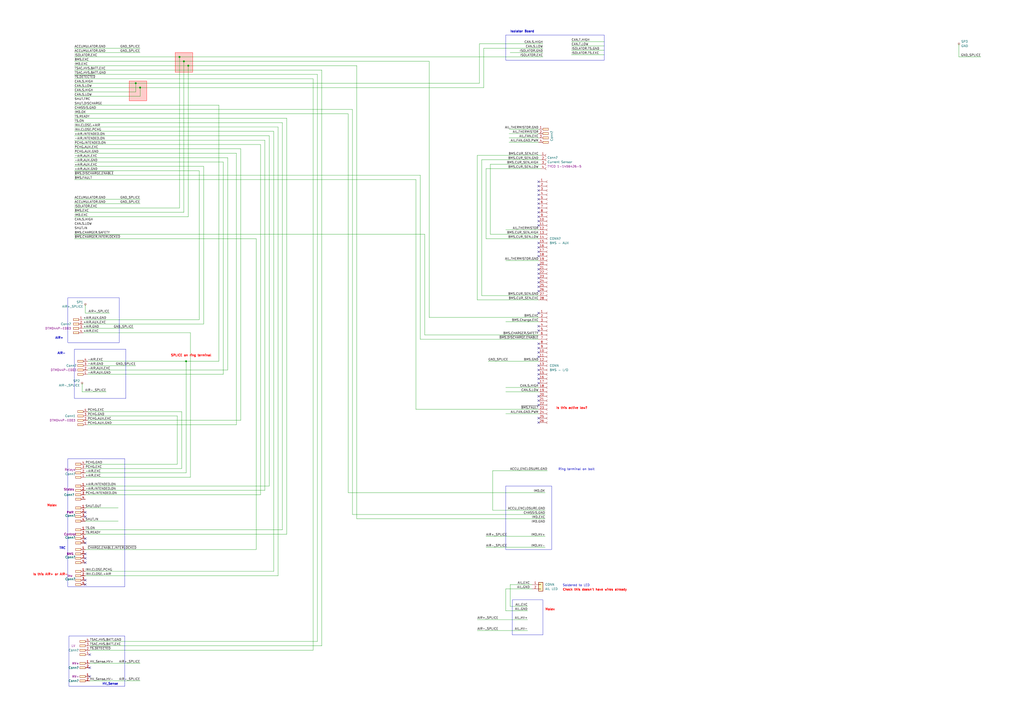
<source format=kicad_sch>
(kicad_sch (version 20230121) (generator eeschema)
  (paper "A2")
  (lib_symbols
    (symbol "Connector:Conn_01x26_Socket" (pin_names (offset 1.016) hide)
      (property "Reference" "J" (at 0 33.02 0))
      (property "Value" "Conn_01x26_Socket" (at 0 -35.56 0))
      (symbol "Conn_01x26_Socket_1_1"
        (arc (start 0 -32.512) (mid -0.5058 -33.02) (end 0 -33.528) (stroke (width 0.1524)))
        (arc (start 0 -29.972) (mid -0.5058 -30.48) (end 0 -30.988) (stroke (width 0.1524)))
        (arc (start 0 -27.432) (mid -0.5058 -27.94) (end 0 -28.448) (stroke (width 0.1524)))
        (arc (start 0 -24.892) (mid -0.5058 -25.4) (end 0 -25.908) (stroke (width 0.1524)))
        (arc (start 0 -22.352) (mid -0.5058 -22.86) (end 0 -23.368) (stroke (width 0.1524)))
        (arc (start 0 -19.812) (mid -0.5058 -20.32) (end 0 -20.828) (stroke (width 0.1524)))
        (arc (start 0 -17.272) (mid -0.5058 -17.78) (end 0 -18.288) (stroke (width 0.1524)))
        (arc (start 0 -14.732) (mid -0.5058 -15.24) (end 0 -15.748) (stroke (width 0.1524)))
        (arc (start 0 -12.192) (mid -0.5058 -12.7) (end 0 -13.208) (stroke (width 0.1524)))
        (arc (start 0 -9.652) (mid -0.5058 -10.16) (end 0 -10.668) (stroke (width 0.1524)))
        (arc (start 0 -7.112) (mid -0.5058 -7.62) (end 0 -8.128) (stroke (width 0.1524)))
        (arc (start 0 -4.572) (mid -0.5058 -5.08) (end 0 -5.588) (stroke (width 0.1524)))
        (arc (start 0 -2.032) (mid -0.5058 -2.54) (end 0 -3.048) (stroke (width 0.1524)))
        (polyline (pts (xy -1.27 -33.02) (xy -0.508 -33.02)) (stroke (width 0.1524)))
        (polyline (pts (xy -1.27 -30.48) (xy -0.508 -30.48)) (stroke (width 0.1524)))
        (polyline (pts (xy -1.27 -27.94) (xy -0.508 -27.94)) (stroke (width 0.1524)))
        (polyline (pts (xy -1.27 -25.4) (xy -0.508 -25.4)) (stroke (width 0.1524)))
        (polyline (pts (xy -1.27 -22.86) (xy -0.508 -22.86)) (stroke (width 0.1524)))
        (polyline (pts (xy -1.27 -20.32) (xy -0.508 -20.32)) (stroke (width 0.1524)))
        (polyline (pts (xy -1.27 -17.78) (xy -0.508 -17.78)) (stroke (width 0.1524)))
        (polyline (pts (xy -1.27 -15.24) (xy -0.508 -15.24)) (stroke (width 0.1524)))
        (polyline (pts (xy -1.27 -12.7) (xy -0.508 -12.7)) (stroke (width 0.1524)))
        (polyline (pts (xy -1.27 -10.16) (xy -0.508 -10.16)) (stroke (width 0.1524)))
        (polyline (pts (xy -1.27 -7.62) (xy -0.508 -7.62)) (stroke (width 0.1524)))
        (polyline (pts (xy -1.27 -5.08) (xy -0.508 -5.08)) (stroke (width 0.1524)))
        (polyline (pts (xy -1.27 -2.54) (xy -0.508 -2.54)) (stroke (width 0.1524)))
        (polyline (pts (xy -1.27 0) (xy -0.508 0)) (stroke (width 0.1524)))
        (polyline (pts (xy -1.27 2.54) (xy -0.508 2.54)) (stroke (width 0.1524)))
        (polyline (pts (xy -1.27 5.08) (xy -0.508 5.08)) (stroke (width 0.1524)))
        (polyline (pts (xy -1.27 7.62) (xy -0.508 7.62)) (stroke (width 0.1524)))
        (polyline (pts (xy -1.27 10.16) (xy -0.508 10.16)) (stroke (width 0.1524)))
        (polyline (pts (xy -1.27 12.7) (xy -0.508 12.7)) (stroke (width 0.1524)))
        (polyline (pts (xy -1.27 15.24) (xy -0.508 15.24)) (stroke (width 0.1524)))
        (polyline (pts (xy -1.27 17.78) (xy -0.508 17.78)) (stroke (width 0.1524)))
        (polyline (pts (xy -1.27 20.32) (xy -0.508 20.32)) (stroke (width 0.1524)))
        (polyline (pts (xy -1.27 22.86) (xy -0.508 22.86)) (stroke (width 0.1524)))
        (polyline (pts (xy -1.27 25.4) (xy -0.508 25.4)) (stroke (width 0.1524)))
        (polyline (pts (xy -1.27 27.94) (xy -0.508 27.94)) (stroke (width 0.1524)))
        (polyline (pts (xy -1.27 30.48) (xy -0.508 30.48)) (stroke (width 0.1524)))
        (arc (start 0 0.508) (mid -0.5058 0) (end 0 -0.508) (stroke (width 0.1524)))
        (arc (start 0 3.048) (mid -0.5058 2.54) (end 0 2.032) (stroke (width 0.1524)))
        (arc (start 0 5.588) (mid -0.5058 5.08) (end 0 4.572) (stroke (width 0.1524)))
        (arc (start 0 8.128) (mid -0.5058 7.62) (end 0 7.112) (stroke (width 0.1524)))
        (arc (start 0 10.668) (mid -0.5058 10.16) (end 0 9.652) (stroke (width 0.1524)))
        (arc (start 0 13.208) (mid -0.5058 12.7) (end 0 12.192) (stroke (width 0.1524)))
        (arc (start 0 15.748) (mid -0.5058 15.24) (end 0 14.732) (stroke (width 0.1524)))
        (arc (start 0 18.288) (mid -0.5058 17.78) (end 0 17.272) (stroke (width 0.1524)))
        (arc (start 0 20.828) (mid -0.5058 20.32) (end 0 19.812) (stroke (width 0.1524)))
        (arc (start 0 23.368) (mid -0.5058 22.86) (end 0 22.352) (stroke (width 0.1524)))
        (arc (start 0 25.908) (mid -0.5058 25.4) (end 0 24.892) (stroke (width 0.1524)))
        (arc (start 0 28.448) (mid -0.5058 27.94) (end 0 27.432) (stroke (width 0.1524)))
        (arc (start 0 30.988) (mid -0.5058 30.48) (end 0 29.972) (stroke (width 0.1524)))
        (pin passive line (at -5.08 30.48 0) (length 3.81) (name "Pin_1") (number "1"))
        (pin passive line (at -5.08 7.62 0) (length 3.81) (name "Pin_10") (number "10"))
        (pin passive line (at -5.08 5.08 0) (length 3.81) (name "Pin_11") (number "11"))
        (pin passive line (at -5.08 2.54 0) (length 3.81) (name "Pin_12") (number "12"))
        (pin passive line (at -5.08 0 0) (length 3.81) (name "Pin_13") (number "13"))
        (pin passive line (at -5.08 -2.54 0) (length 3.81) (name "Pin_14") (number "14"))
        (pin passive line (at -5.08 -5.08 0) (length 3.81) (name "Pin_15") (number "15"))
        (pin passive line (at -5.08 -7.62 0) (length 3.81) (name "Pin_16") (number "16"))
        (pin passive line (at -5.08 -10.16 0) (length 3.81) (name "Pin_17") (number "17"))
        (pin passive line (at -5.08 -12.7 0) (length 3.81) (name "Pin_18") (number "18"))
        (pin passive line (at -5.08 -15.24 0) (length 3.81) (name "Pin_19") (number "19"))
        (pin passive line (at -5.08 27.94 0) (length 3.81) (name "Pin_2") (number "2"))
        (pin passive line (at -5.08 -17.78 0) (length 3.81) (name "Pin_20") (number "20"))
        (pin passive line (at -5.08 -20.32 0) (length 3.81) (name "Pin_21") (number "21"))
        (pin passive line (at -5.08 -22.86 0) (length 3.81) (name "Pin_22") (number "22"))
        (pin passive line (at -5.08 -25.4 0) (length 3.81) (name "Pin_23") (number "23"))
        (pin passive line (at -5.08 -27.94 0) (length 3.81) (name "Pin_24") (number "24"))
        (pin passive line (at -5.08 -30.48 0) (length 3.81) (name "Pin_25") (number "25"))
        (pin passive line (at -5.08 -33.02 0) (length 3.81) (name "Pin_26") (number "26"))
        (pin passive line (at -5.08 25.4 0) (length 3.81) (name "Pin_3") (number "3"))
        (pin passive line (at -5.08 22.86 0) (length 3.81) (name "Pin_4") (number "4"))
        (pin passive line (at -5.08 20.32 0) (length 3.81) (name "Pin_5") (number "5"))
        (pin passive line (at -5.08 17.78 0) (length 3.81) (name "Pin_6") (number "6"))
        (pin passive line (at -5.08 15.24 0) (length 3.81) (name "Pin_7") (number "7"))
        (pin passive line (at -5.08 12.7 0) (length 3.81) (name "Pin_8") (number "8"))
        (pin passive line (at -5.08 10.16 0) (length 3.81) (name "Pin_9") (number "9"))
      )
    )
    (symbol "Connector:Conn_01x28_Socket" (pin_names (offset 1.016) hide)
      (property "Reference" "J" (at 0 35.56 0))
      (property "Value" "Conn_01x28_Socket" (at 0 -38.1 0))
      (symbol "Conn_01x28_Socket_1_1"
        (arc (start 0 -35.052) (mid -0.5058 -35.56) (end 0 -36.068) (stroke (width 0.1524)))
        (arc (start 0 -32.512) (mid -0.5058 -33.02) (end 0 -33.528) (stroke (width 0.1524)))
        (arc (start 0 -29.972) (mid -0.5058 -30.48) (end 0 -30.988) (stroke (width 0.1524)))
        (arc (start 0 -27.432) (mid -0.5058 -27.94) (end 0 -28.448) (stroke (width 0.1524)))
        (arc (start 0 -24.892) (mid -0.5058 -25.4) (end 0 -25.908) (stroke (width 0.1524)))
        (arc (start 0 -22.352) (mid -0.5058 -22.86) (end 0 -23.368) (stroke (width 0.1524)))
        (arc (start 0 -19.812) (mid -0.5058 -20.32) (end 0 -20.828) (stroke (width 0.1524)))
        (arc (start 0 -17.272) (mid -0.5058 -17.78) (end 0 -18.288) (stroke (width 0.1524)))
        (arc (start 0 -14.732) (mid -0.5058 -15.24) (end 0 -15.748) (stroke (width 0.1524)))
        (arc (start 0 -12.192) (mid -0.5058 -12.7) (end 0 -13.208) (stroke (width 0.1524)))
        (arc (start 0 -9.652) (mid -0.5058 -10.16) (end 0 -10.668) (stroke (width 0.1524)))
        (arc (start 0 -7.112) (mid -0.5058 -7.62) (end 0 -8.128) (stroke (width 0.1524)))
        (arc (start 0 -4.572) (mid -0.5058 -5.08) (end 0 -5.588) (stroke (width 0.1524)))
        (arc (start 0 -2.032) (mid -0.5058 -2.54) (end 0 -3.048) (stroke (width 0.1524)))
        (polyline (pts (xy -1.27 -35.56) (xy -0.508 -35.56)) (stroke (width 0.1524)))
        (polyline (pts (xy -1.27 -33.02) (xy -0.508 -33.02)) (stroke (width 0.1524)))
        (polyline (pts (xy -1.27 -30.48) (xy -0.508 -30.48)) (stroke (width 0.1524)))
        (polyline (pts (xy -1.27 -27.94) (xy -0.508 -27.94)) (stroke (width 0.1524)))
        (polyline (pts (xy -1.27 -25.4) (xy -0.508 -25.4)) (stroke (width 0.1524)))
        (polyline (pts (xy -1.27 -22.86) (xy -0.508 -22.86)) (stroke (width 0.1524)))
        (polyline (pts (xy -1.27 -20.32) (xy -0.508 -20.32)) (stroke (width 0.1524)))
        (polyline (pts (xy -1.27 -17.78) (xy -0.508 -17.78)) (stroke (width 0.1524)))
        (polyline (pts (xy -1.27 -15.24) (xy -0.508 -15.24)) (stroke (width 0.1524)))
        (polyline (pts (xy -1.27 -12.7) (xy -0.508 -12.7)) (stroke (width 0.1524)))
        (polyline (pts (xy -1.27 -10.16) (xy -0.508 -10.16)) (stroke (width 0.1524)))
        (polyline (pts (xy -1.27 -7.62) (xy -0.508 -7.62)) (stroke (width 0.1524)))
        (polyline (pts (xy -1.27 -5.08) (xy -0.508 -5.08)) (stroke (width 0.1524)))
        (polyline (pts (xy -1.27 -2.54) (xy -0.508 -2.54)) (stroke (width 0.1524)))
        (polyline (pts (xy -1.27 0) (xy -0.508 0)) (stroke (width 0.1524)))
        (polyline (pts (xy -1.27 2.54) (xy -0.508 2.54)) (stroke (width 0.1524)))
        (polyline (pts (xy -1.27 5.08) (xy -0.508 5.08)) (stroke (width 0.1524)))
        (polyline (pts (xy -1.27 7.62) (xy -0.508 7.62)) (stroke (width 0.1524)))
        (polyline (pts (xy -1.27 10.16) (xy -0.508 10.16)) (stroke (width 0.1524)))
        (polyline (pts (xy -1.27 12.7) (xy -0.508 12.7)) (stroke (width 0.1524)))
        (polyline (pts (xy -1.27 15.24) (xy -0.508 15.24)) (stroke (width 0.1524)))
        (polyline (pts (xy -1.27 17.78) (xy -0.508 17.78)) (stroke (width 0.1524)))
        (polyline (pts (xy -1.27 20.32) (xy -0.508 20.32)) (stroke (width 0.1524)))
        (polyline (pts (xy -1.27 22.86) (xy -0.508 22.86)) (stroke (width 0.1524)))
        (polyline (pts (xy -1.27 25.4) (xy -0.508 25.4)) (stroke (width 0.1524)))
        (polyline (pts (xy -1.27 27.94) (xy -0.508 27.94)) (stroke (width 0.1524)))
        (polyline (pts (xy -1.27 30.48) (xy -0.508 30.48)) (stroke (width 0.1524)))
        (polyline (pts (xy -1.27 33.02) (xy -0.508 33.02)) (stroke (width 0.1524)))
        (arc (start 0 0.508) (mid -0.5058 0) (end 0 -0.508) (stroke (width 0.1524)))
        (arc (start 0 3.048) (mid -0.5058 2.54) (end 0 2.032) (stroke (width 0.1524)))
        (arc (start 0 5.588) (mid -0.5058 5.08) (end 0 4.572) (stroke (width 0.1524)))
        (arc (start 0 8.128) (mid -0.5058 7.62) (end 0 7.112) (stroke (width 0.1524)))
        (arc (start 0 10.668) (mid -0.5058 10.16) (end 0 9.652) (stroke (width 0.1524)))
        (arc (start 0 13.208) (mid -0.5058 12.7) (end 0 12.192) (stroke (width 0.1524)))
        (arc (start 0 15.748) (mid -0.5058 15.24) (end 0 14.732) (stroke (width 0.1524)))
        (arc (start 0 18.288) (mid -0.5058 17.78) (end 0 17.272) (stroke (width 0.1524)))
        (arc (start 0 20.828) (mid -0.5058 20.32) (end 0 19.812) (stroke (width 0.1524)))
        (arc (start 0 23.368) (mid -0.5058 22.86) (end 0 22.352) (stroke (width 0.1524)))
        (arc (start 0 25.908) (mid -0.5058 25.4) (end 0 24.892) (stroke (width 0.1524)))
        (arc (start 0 28.448) (mid -0.5058 27.94) (end 0 27.432) (stroke (width 0.1524)))
        (arc (start 0 30.988) (mid -0.5058 30.48) (end 0 29.972) (stroke (width 0.1524)))
        (arc (start 0 33.528) (mid -0.5058 33.02) (end 0 32.512) (stroke (width 0.1524)))
        (pin passive line (at -5.08 33.02 0) (length 3.81) (name "Pin_1") (number "1"))
        (pin passive line (at -5.08 10.16 0) (length 3.81) (name "Pin_10") (number "10"))
        (pin passive line (at -5.08 7.62 0) (length 3.81) (name "Pin_11") (number "11"))
        (pin passive line (at -5.08 5.08 0) (length 3.81) (name "Pin_12") (number "12"))
        (pin passive line (at -5.08 2.54 0) (length 3.81) (name "Pin_13") (number "13"))
        (pin passive line (at -5.08 0 0) (length 3.81) (name "Pin_14") (number "14"))
        (pin passive line (at -5.08 -2.54 0) (length 3.81) (name "Pin_15") (number "15"))
        (pin passive line (at -5.08 -5.08 0) (length 3.81) (name "Pin_16") (number "16"))
        (pin passive line (at -5.08 -7.62 0) (length 3.81) (name "Pin_17") (number "17"))
        (pin passive line (at -5.08 -10.16 0) (length 3.81) (name "Pin_18") (number "18"))
        (pin passive line (at -5.08 -12.7 0) (length 3.81) (name "Pin_19") (number "19"))
        (pin passive line (at -5.08 30.48 0) (length 3.81) (name "Pin_2") (number "2"))
        (pin passive line (at -5.08 -15.24 0) (length 3.81) (name "Pin_20") (number "20"))
        (pin passive line (at -5.08 -17.78 0) (length 3.81) (name "Pin_21") (number "21"))
        (pin passive line (at -5.08 -20.32 0) (length 3.81) (name "Pin_22") (number "22"))
        (pin passive line (at -5.08 -22.86 0) (length 3.81) (name "Pin_23") (number "23"))
        (pin passive line (at -5.08 -25.4 0) (length 3.81) (name "Pin_24") (number "24"))
        (pin passive line (at -5.08 -27.94 0) (length 3.81) (name "Pin_25") (number "25"))
        (pin passive line (at -5.08 -30.48 0) (length 3.81) (name "Pin_26") (number "26"))
        (pin passive line (at -5.08 -33.02 0) (length 3.81) (name "Pin_27") (number "27"))
        (pin passive line (at -5.08 -35.56 0) (length 3.81) (name "Pin_28") (number "28"))
        (pin passive line (at -5.08 27.94 0) (length 3.81) (name "Pin_3") (number "3"))
        (pin passive line (at -5.08 25.4 0) (length 3.81) (name "Pin_4") (number "4"))
        (pin passive line (at -5.08 22.86 0) (length 3.81) (name "Pin_5") (number "5"))
        (pin passive line (at -5.08 20.32 0) (length 3.81) (name "Pin_6") (number "6"))
        (pin passive line (at -5.08 17.78 0) (length 3.81) (name "Pin_7") (number "7"))
        (pin passive line (at -5.08 15.24 0) (length 3.81) (name "Pin_8") (number "8"))
        (pin passive line (at -5.08 12.7 0) (length 3.81) (name "Pin_9") (number "9"))
      )
    )
    (symbol "Connector:TestPoint_Small" (pin_numbers hide) (pin_names (offset 0.762) hide)
      (property "Reference" "TP" (at 0 3.81 0))
      (property "Value" "TestPoint_Small" (at 0 2.032 0))
      (symbol "TestPoint_Small_0_1"
        (circle (center 0 0) (radius 0.508))
      )
      (symbol "TestPoint_Small_1_1"
        (pin passive line (at 0 0 90) (length 0) (name "1") (number "1"))
      )
    )
    (symbol "Connector_Generic:Conn_01x02" (pin_names (offset 1.016) hide)
      (property "Reference" "J" (at 0 2.54 0))
      (property "Value" "Conn_01x02" (at 0 -5.08 0))
      (symbol "Conn_01x02_1_1"
        (rectangle (start -1.27 -2.413) (end 0 -2.667) (stroke (width 0.1524)))
        (rectangle (start -1.27 0.127) (end 0 -0.127) (stroke (width 0.1524)))
        (rectangle (start -1.27 1.27) (end 1.27 -3.81) (stroke (width 0.254)) (fill (type background)))
        (pin passive line (at -5.08 0 0) (length 3.81) (name "Pin_1") (number "1"))
        (pin passive line (at -5.08 -2.54 0) (length 3.81) (name "Pin_2") (number "2"))
      )
    )
    (symbol "Connectors_SUFST:Current Sensor Connector"
      (property "Reference" "Conn" (at -0.635 1.27 0))
      (property "P/N" "TYCO 1-1456426-5" (at 0 5.08 0))
      (symbol "Current Sensor Connector_0_1"
        (arc (start -2.5368 -7.6207) (mid -1.9833 -6.9863) (end -2.5355 -6.3507))
        (arc (start -2.5368 -2.5407) (mid -1.9833 -1.9063) (end -2.5355 -1.2707))
        (arc (start -2.4524 -10.1601) (mid -1.8989 -9.5257) (end -2.4511 -8.8901))
        (arc (start -2.4524 -5.0801) (mid -1.8989 -4.4457) (end -2.4511 -3.8101))
      )
      (symbol "Current Sensor Connector_1_1"
        (pin input line (at 0.635 -9.525 180) (length 2.54) (name "") (number "1"))
        (pin input line (at 0.635 -6.985 180) (length 2.54) (name "") (number "2"))
        (pin input line (at 0.635 -4.445 180) (length 2.54) (name "") (number "3"))
        (pin input line (at 0.635 -1.905 180) (length 2.54) (name "") (number "4"))
      )
    )
    (symbol "Connectors_SUFST:Deutsch_DTM_4P_Pin"
      (property "Reference" "Conn_" (at 0 -1.905 0))
      (property "Value" "Deutsch_DTM_4P_Pin" (at 0 0 0))
      (property "P/N" "DTM044P-E003" (at 0 0 0))
      (symbol "Deutsch_DTM_4P_Pin_0_1"
        (polyline (pts (xy -0.635 -9.525) (xy 1.905 -9.525)))
        (polyline (pts (xy -0.635 -4.445) (xy 1.905 -4.445)))
      )
      (symbol "Deutsch_DTM_4P_Pin_1_1"
        (rectangle (start -3.81 -11.43) (end -0.635 -12.7) (fill (type color) (color 255 229 191 1)))
        (rectangle (start -3.81 -8.89) (end -0.635 -10.16) (fill (type color) (color 255 229 191 1)))
        (rectangle (start -3.81 -6.35) (end -0.635 -7.62) (fill (type color) (color 255 229 191 1)))
        (rectangle (start -3.81 -3.81) (end -0.635 -5.08) (fill (type color) (color 255 229 191 1)))
        (pin input line (at 1.905 -12.065 180) (length 2.54) (name "") (number "1"))
        (pin input line (at 1.905 -9.525 180) (length 2.54) (name "") (number "2"))
        (pin input line (at 1.905 -6.985 180) (length 2.54) (name "") (number "3"))
        (pin input line (at 1.905 -4.445 180) (length 2.54) (name "") (number "4"))
      )
    )
    (symbol "Connectors_SUFST:Molex_2x1P_Horizontal_THT"
      (property "Reference" "Conn_" (at 0 -1.905 0))
      (property "Value" "Molex_2x1P_Horizontal_THT" (at 0 0 0))
      (symbol "Molex_2x1P_Horizontal_THT_0_1"
        (polyline (pts (xy -0.635 -4.445) (xy 1.905 -4.445)))
      )
      (symbol "Molex_2x1P_Horizontal_THT_1_1"
        (rectangle (start -3.81 -6.35) (end -0.635 -7.62) (fill (type color) (color 255 229 191 1)))
        (rectangle (start -3.81 -3.81) (end -0.635 -5.08) (fill (type color) (color 255 229 191 1)))
        (pin input line (at 1.905 -6.985 180) (length 2.54) (name "") (number "1"))
        (pin input line (at 1.905 -4.445 180) (length 2.54) (name "") (number "2"))
      )
    )
    (symbol "Connectors_SUFST:Molex_2x2P_Horizontal"
      (property "Reference" "Conn_" (at 0 -1.905 0))
      (symbol "Molex_2x2P_Horizontal_0_1"
        (polyline (pts (xy -0.635 -9.525) (xy 1.905 -9.525)))
        (polyline (pts (xy -0.635 -4.445) (xy 1.905 -4.445)))
      )
      (symbol "Molex_2x2P_Horizontal_1_1"
        (rectangle (start -3.81 -11.43) (end -0.635 -12.7) (fill (type color) (color 255 229 191 1)))
        (rectangle (start -3.81 -8.89) (end -0.635 -10.16) (fill (type color) (color 255 229 191 1)))
        (rectangle (start -3.81 -6.35) (end -0.635 -7.62) (fill (type color) (color 255 229 191 1)))
        (rectangle (start -3.81 -3.81) (end -0.635 -5.08) (fill (type color) (color 255 229 191 1)))
        (pin input line (at 1.905 -12.065 180) (length 2.54) (name "") (number "1"))
        (pin input line (at 1.905 -9.525 180) (length 2.54) (name "") (number "2"))
        (pin input line (at 1.905 -6.985 180) (length 2.54) (name "") (number "3"))
        (pin input line (at 1.905 -4.445 180) (length 2.54) (name "") (number "4"))
      )
    )
    (symbol "Connectors_SUFST:Molex_2x2P_Vertical"
      (property "Reference" "Conn_" (at 0 -1.905 0))
      (symbol "Molex_2x2P_Vertical_0_1"
        (polyline (pts (xy -0.635 -9.525) (xy 1.905 -9.525)))
        (polyline (pts (xy -0.635 -4.445) (xy 1.905 -4.445)))
      )
      (symbol "Molex_2x2P_Vertical_1_1"
        (rectangle (start -3.81 -11.43) (end -0.635 -12.7) (fill (type color) (color 255 229 191 1)))
        (rectangle (start -3.81 -8.89) (end -0.635 -10.16) (fill (type color) (color 255 229 191 1)))
        (rectangle (start -3.81 -6.35) (end -0.635 -7.62) (fill (type color) (color 255 229 191 1)))
        (rectangle (start -3.81 -3.81) (end -0.635 -5.08) (fill (type color) (color 255 229 191 1)))
        (pin input line (at 1.905 -12.065 180) (length 2.54) (name "") (number "1"))
        (pin input line (at 1.905 -9.525 180) (length 2.54) (name "") (number "2"))
        (pin input line (at 1.905 -6.985 180) (length 2.54) (name "") (number "3"))
        (pin input line (at 1.905 -4.445 180) (length 2.54) (name "") (number "4"))
      )
    )
    (symbol "Deutsch_DTM_4P_Pin_1"
      (property "Reference" "Conn" (at 0 -1.905 0))
      (property "P/N" "DTM044P-E003" (at 0 0 0))
      (symbol "Deutsch_DTM_4P_Pin_1_0_1"
        (polyline (pts (xy -0.635 -9.525) (xy 1.905 -9.525)))
        (polyline (pts (xy -0.635 -4.445) (xy 1.905 -4.445)))
      )
      (symbol "Deutsch_DTM_4P_Pin_1_1_1"
        (rectangle (start -3.81 -11.43) (end -0.635 -12.7) (fill (type color) (color 255 229 191 1)))
        (rectangle (start -3.81 -8.89) (end -0.635 -10.16) (fill (type color) (color 255 229 191 1)))
        (rectangle (start -3.81 -6.35) (end -0.635 -7.62) (fill (type color) (color 255 229 191 1)))
        (rectangle (start -3.81 -3.81) (end -0.635 -5.08) (fill (type color) (color 255 229 191 1)))
        (pin input line (at 1.905 -12.065 180) (length 2.54) (name "") (number "1"))
        (pin input line (at 1.905 -9.525 180) (length 2.54) (name "") (number "2"))
        (pin input line (at 1.905 -6.985 180) (length 2.54) (name "") (number "3"))
        (pin input line (at 1.905 -4.445 180) (length 2.54) (name "") (number "4"))
      )
    )
    (symbol "Molex_2x2P_Horizontal_1"
      (property "Reference" "Conn" (at 0 -1.905 0))
      (symbol "Molex_2x2P_Horizontal_1_0_1"
        (polyline (pts (xy -0.635 -9.525) (xy 1.905 -9.525)))
        (polyline (pts (xy -0.635 -4.445) (xy 1.905 -4.445)))
      )
      (symbol "Molex_2x2P_Horizontal_1_1_1"
        (rectangle (start -3.81 -11.43) (end -0.635 -12.7) (fill (type color) (color 255 229 191 1)))
        (rectangle (start -3.81 -8.89) (end -0.635 -10.16) (fill (type color) (color 255 229 191 1)))
        (rectangle (start -3.81 -6.35) (end -0.635 -7.62) (fill (type color) (color 255 229 191 1)))
        (rectangle (start -3.81 -3.81) (end -0.635 -5.08) (fill (type color) (color 255 229 191 1)))
        (pin input line (at 1.905 -12.065 180) (length 2.54) (name "") (number "1"))
        (pin input line (at 1.905 -9.525 180) (length 2.54) (name "") (number "2"))
        (pin input line (at 1.905 -6.985 180) (length 2.54) (name "") (number "3"))
        (pin input line (at 1.905 -4.445 180) (length 2.54) (name "") (number "4"))
      )
    )
  )
  (junction (at 109.22 38.1))
  (junction (at 78.74 48.26))
  (junction (at 106.68 35.56))
  (junction (at 81.28 50.8))
  (junction (at 107.95 209.55))
  (junction (at 104.14 33.02))
  (no_connect (at 312.42 222.25))
  (no_connect (at 312.42 107.95))
  (no_connect (at 312.42 242.57))
  (no_connect (at 312.42 130.81))
  (no_connect (at 49.53 312.42))
  (no_connect (at 312.42 148.59))
  (no_connect (at 312.42 140.97))
  (no_connect (at 312.42 153.67))
  (no_connect (at 312.42 204.47))
  (no_connect (at 312.42 207.01))
  (no_connect (at 312.42 229.87))
  (no_connect (at 312.42 156.21))
  (no_connect (at 312.42 214.63))
  (no_connect (at 312.42 232.41))
  (no_connect (at 49.53 314.96))
  (no_connect (at 49.53 321.31))
  (no_connect (at 312.42 161.29))
  (no_connect (at 49.53 336.55))
  (no_connect (at 312.42 118.11))
  (no_connect (at 312.42 191.77))
  (no_connect (at 52.07 387.35))
  (no_connect (at 312.42 217.17))
  (no_connect (at 49.53 339.09))
  (no_connect (at 312.42 146.05))
  (no_connect (at 49.53 297.18))
  (no_connect (at 49.53 323.85))
  (no_connect (at 312.42 115.57))
  (no_connect (at 52.07 379.73))
  (no_connect (at 52.07 392.43))
  (no_connect (at 312.42 189.23))
  (no_connect (at 312.42 168.91))
  (no_connect (at 312.42 181.61))
  (no_connect (at 312.42 212.09))
  (no_connect (at 312.42 245.11))
  (no_connect (at 312.42 110.49))
  (no_connect (at 312.42 113.03))
  (no_connect (at 312.42 128.27))
  (no_connect (at 312.42 163.83))
  (no_connect (at 312.42 105.41))
  (no_connect (at 312.42 120.65))
  (no_connect (at 312.42 143.51))
  (no_connect (at 49.53 299.72))
  (no_connect (at 312.42 201.93))
  (no_connect (at 312.42 219.71))
  (no_connect (at 312.42 123.19))
  (no_connect (at 312.42 199.39))
  (no_connect (at 312.42 158.75))
  (no_connect (at 312.42 166.37))
  (no_connect (at 312.42 234.95))
  (no_connect (at 49.53 326.39))
  (no_connect (at 312.42 125.73))
  (wire (pts (xy 184.15 43.18) (xy 184.15 372.11)))
  (wire (pts (xy 293.37 354.33) (xy 293.37 341.63)))
  (wire (pts (xy 49.53 271.78) (xy 105.41 271.78)))
  (wire (pts (xy 104.14 33.02) (xy 314.96 33.02)))
  (wire (pts (xy 284.48 95.25) (xy 313.69 95.25)))
  (wire (pts (xy 295.275 77.47) (xy 312.42 77.47)))
  (wire (pts (xy 43.18 30.48) (xy 81.28 30.48)))
  (wire (pts (xy 148.59 138.43) (xy 148.59 318.77)))
  (wire (pts (xy 132.08 91.44) (xy 132.08 214.63)))
  (wire (pts (xy 285.75 295.91) (xy 316.23 295.91)))
  (wire (pts (xy 106.68 35.56) (xy 248.92 35.56)))
  (wire (pts (xy 81.28 50.8) (xy 280.67 50.8)))
  (wire (pts (xy 276.86 90.17) (xy 313.69 90.17)))
  (wire (pts (xy 50.8 217.17) (xy 129.54 217.17)))
  (wire (pts (xy 43.18 68.58) (xy 166.37 68.58)))
  (wire (pts (xy 158.75 76.2) (xy 158.75 331.47)))
  (wire (pts (xy 293.37 224.79) (xy 312.42 224.79)))
  (wire (pts (xy 281.94 97.79) (xy 313.69 97.79)))
  (wire (pts (xy 153.67 81.28) (xy 43.18 81.28)))
  (wire (pts (xy 43.18 101.6) (xy 243.84 101.6)))
  (wire (pts (xy 43.18 91.44) (xy 132.08 91.44)))
  (wire (pts (xy 43.18 125.73) (xy 109.22 125.73)))
  (wire (pts (xy 156.21 78.74) (xy 156.21 281.94)))
  (wire (pts (xy 102.87 241.3) (xy 50.8 241.3)))
  (wire (pts (xy 43.18 38.1) (xy 109.22 38.1)))
  (wire (pts (xy 115.57 185.42) (xy 115.57 99.06)))
  (wire (pts (xy 163.83 307.34) (xy 163.83 71.12)))
  (wire (pts (xy 317.5 273.05) (xy 285.75 273.05)))
  (wire (pts (xy 68.58 294.64) (xy 49.53 294.64)))
  (wire (pts (xy 285.75 273.05) (xy 285.75 295.91)))
  (wire (pts (xy 50.8 209.55) (xy 107.95 209.55)))
  (wire (pts (xy 181.61 45.72) (xy 181.61 377.19)))
  (wire (pts (xy 293.37 341.63) (xy 308.61 341.63)))
  (wire (pts (xy 48.26 193.04) (xy 110.49 193.04)))
  (wire (pts (xy 278.13 25.4) (xy 314.96 25.4)))
  (wire (pts (xy 49.53 307.34) (xy 163.83 307.34)))
  (wire (pts (xy 207.01 300.99) (xy 316.23 300.99)))
  (wire (pts (xy 186.69 40.64) (xy 186.69 374.65)))
  (wire (pts (xy 243.84 196.85) (xy 312.42 196.85)))
  (wire (pts (xy 43.18 86.36) (xy 139.7 86.36)))
  (wire (pts (xy 107.95 209.55) (xy 127 209.55)))
  (wire (pts (xy 204.47 63.5) (xy 204.47 298.45)))
  (wire (pts (xy 293.37 151.13) (xy 312.42 151.13)))
  (wire (pts (xy 161.29 73.66) (xy 43.18 73.66)))
  (wire (pts (xy 78.74 53.34) (xy 43.18 53.34)))
  (wire (pts (xy 293.37 227.33) (xy 312.42 227.33)))
  (wire (pts (xy 295.275 74.93) (xy 312.42 74.93)))
  (wire (pts (xy 163.83 71.12) (xy 43.18 71.12)))
  (wire (pts (xy 350.52 31.75) (xy 331.47 31.75)))
  (wire (pts (xy 109.22 125.73) (xy 109.22 38.1)))
  (wire (pts (xy 276.86 173.99) (xy 276.86 90.17)))
  (wire (pts (xy 43.18 104.14) (xy 241.3 104.14)))
  (wire (pts (xy 201.93 285.75) (xy 201.93 66.04)))
  (wire (pts (xy 139.7 86.36) (xy 139.7 243.84)))
  (wire (pts (xy 276.86 365.76) (xy 306.07 365.76)))
  (wire (pts (xy 78.74 48.26) (xy 278.13 48.26)))
  (wire (pts (xy 556.26 25.4) (xy 556.26 33.02)))
  (wire (pts (xy 109.22 38.1) (xy 207.01 38.1)))
  (wire (pts (xy 43.18 138.43) (xy 148.59 138.43)))
  (wire (pts (xy 306.07 351.79) (xy 295.91 351.79)))
  (wire (pts (xy 350.52 29.21) (xy 331.47 29.21)))
  (wire (pts (xy 49.53 334.01) (xy 161.29 334.01)))
  (wire (pts (xy 306.07 354.33) (xy 293.37 354.33)))
  (wire (pts (xy 281.94 317.5) (xy 316.23 317.5)))
  (wire (pts (xy 43.18 63.5) (xy 204.47 63.5)))
  (wire (pts (xy 129.54 217.17) (xy 129.54 93.98)))
  (wire (pts (xy 295.275 80.01) (xy 312.42 80.01)))
  (wire (pts (xy 77.47 190.5) (xy 48.26 190.5)))
  (wire (pts (xy 278.13 48.26) (xy 278.13 25.4)))
  (wire (pts (xy 115.57 99.06) (xy 43.18 99.06)))
  (wire (pts (xy 295.275 82.55) (xy 312.42 82.55)))
  (wire (pts (xy 280.67 27.94) (xy 280.67 50.8)))
  (wire (pts (xy 295.91 339.09) (xy 308.61 339.09)))
  (wire (pts (xy 276.86 359.41) (xy 306.07 359.41)))
  (wire (pts (xy 43.18 83.82) (xy 151.13 83.82)))
  (wire (pts (xy 49.53 287.02) (xy 151.13 287.02)))
  (wire (pts (xy 276.86 173.99) (xy 312.42 173.99)))
  (wire (pts (xy 279.4 92.71) (xy 313.69 92.71)))
  (wire (pts (xy 284.48 135.89) (xy 284.48 95.25)))
  (wire (pts (xy 43.18 76.2) (xy 158.75 76.2)))
  (wire (pts (xy 43.18 123.19) (xy 106.68 123.19)))
  (wire (pts (xy 47.625 227.33) (xy 47.625 222.25)))
  (wire (pts (xy 78.74 48.26) (xy 78.74 53.34)))
  (wire (pts (xy 43.18 96.52) (xy 118.11 96.52)))
  (wire (pts (xy 52.07 372.11) (xy 184.15 372.11)))
  (wire (pts (xy 49.53 284.48) (xy 153.67 284.48)))
  (wire (pts (xy 246.38 135.89) (xy 246.38 194.31)))
  (wire (pts (xy 139.7 243.84) (xy 50.8 243.84)))
  (wire (pts (xy 129.54 93.98) (xy 43.18 93.98)))
  (wire (pts (xy 49.53 331.47) (xy 158.75 331.47)))
  (wire (pts (xy 68.58 302.26) (xy 49.53 302.26)))
  (wire (pts (xy 281.94 138.43) (xy 312.42 138.43)))
  (wire (pts (xy 106.68 123.19) (xy 106.68 35.56)))
  (wire (pts (xy 118.11 96.52) (xy 118.11 187.96)))
  (wire (pts (xy 241.3 104.14) (xy 241.3 237.49)))
  (wire (pts (xy 49.53 274.32) (xy 107.95 274.32)))
  (wire (pts (xy 52.07 384.81) (xy 81.28 384.81)))
  (wire (pts (xy 49.53 181.61) (xy 49.53 176.53)))
  (wire (pts (xy 52.07 374.65) (xy 186.69 374.65)))
  (wire (pts (xy 204.47 298.45) (xy 316.23 298.45)))
  (wire (pts (xy 105.41 238.76) (xy 50.8 238.76)))
  (wire (pts (xy 312.42 240.03) (xy 293.37 240.03)))
  (wire (pts (xy 350.52 24.13) (xy 331.47 24.13)))
  (wire (pts (xy 127 60.96) (xy 127 209.55)))
  (wire (pts (xy 43.18 120.65) (xy 104.14 120.65)))
  (wire (pts (xy 280.67 27.94) (xy 314.96 27.94)))
  (wire (pts (xy 241.3 237.49) (xy 312.42 237.49)))
  (wire (pts (xy 43.18 135.89) (xy 246.38 135.89)))
  (wire (pts (xy 243.84 101.6) (xy 243.84 196.85)))
  (wire (pts (xy 43.18 55.88) (xy 81.28 55.88)))
  (wire (pts (xy 47.625 227.33) (xy 61.595 227.33)))
  (wire (pts (xy 137.16 88.9) (xy 137.16 246.38)))
  (wire (pts (xy 281.94 311.15) (xy 316.23 311.15)))
  (wire (pts (xy 43.18 27.94) (xy 81.28 27.94)))
  (wire (pts (xy 105.41 271.78) (xy 105.41 238.76)))
  (wire (pts (xy 153.67 284.48) (xy 153.67 81.28)))
  (wire (pts (xy 48.26 187.96) (xy 118.11 187.96)))
  (wire (pts (xy 281.94 138.43) (xy 281.94 97.79)))
  (wire (pts (xy 50.8 212.09) (xy 78.74 212.09)))
  (wire (pts (xy 49.53 276.86) (xy 110.49 276.86)))
  (wire (pts (xy 49.53 181.61) (xy 63.5 181.61)))
  (wire (pts (xy 316.23 285.75) (xy 201.93 285.75)))
  (wire (pts (xy 151.13 83.82) (xy 151.13 287.02)))
  (wire (pts (xy 48.26 185.42) (xy 115.57 185.42)))
  (wire (pts (xy 137.16 246.38) (xy 50.8 246.38)))
  (wire (pts (xy 556.26 33.02) (xy 568.96 33.02)))
  (wire (pts (xy 43.18 40.64) (xy 186.69 40.64)))
  (wire (pts (xy 43.18 60.96) (xy 127 60.96)))
  (wire (pts (xy 248.92 184.15) (xy 312.42 184.15)))
  (wire (pts (xy 49.53 309.88) (xy 166.37 309.88)))
  (wire (pts (xy 279.4 171.45) (xy 312.42 171.45)))
  (wire (pts (xy 284.48 135.89) (xy 312.42 135.89)))
  (wire (pts (xy 110.49 276.86) (xy 110.49 193.04)))
  (wire (pts (xy 43.18 50.8) (xy 81.28 50.8)))
  (wire (pts (xy 293.37 186.69) (xy 312.42 186.69)))
  (wire (pts (xy 43.18 118.11) (xy 81.28 118.11)))
  (wire (pts (xy 43.18 88.9) (xy 137.16 88.9)))
  (wire (pts (xy 350.52 26.67) (xy 331.47 26.67)))
  (wire (pts (xy 295.91 351.79) (xy 295.91 339.09)))
  (wire (pts (xy 50.8 214.63) (xy 132.08 214.63)))
  (wire (pts (xy 283.21 209.55) (xy 312.42 209.55)))
  (wire (pts (xy 102.87 269.24) (xy 102.87 241.3)))
  (wire (pts (xy 293.37 133.35) (xy 312.42 133.35)))
  (wire (pts (xy 49.53 281.94) (xy 156.21 281.94)))
  (wire (pts (xy 43.18 48.26) (xy 78.74 48.26)))
  (wire (pts (xy 246.38 194.31) (xy 312.42 194.31)))
  (wire (pts (xy 49.53 269.24) (xy 102.87 269.24)))
  (wire (pts (xy 43.18 45.72) (xy 181.61 45.72)))
  (wire (pts (xy 52.07 394.97) (xy 81.28 394.97)))
  (wire (pts (xy 81.28 55.88) (xy 81.28 50.8)))
  (wire (pts (xy 248.92 35.56) (xy 248.92 184.15)))
  (wire (pts (xy 43.18 78.74) (xy 156.21 78.74)))
  (wire (pts (xy 43.18 43.18) (xy 184.15 43.18)))
  (wire (pts (xy 52.07 377.19) (xy 181.61 377.19)))
  (wire (pts (xy 43.18 33.02) (xy 104.14 33.02)))
  (wire (pts (xy 201.93 66.04) (xy 43.18 66.04)))
  (wire (pts (xy 43.18 35.56) (xy 106.68 35.56)))
  (wire (pts (xy 49.53 318.77) (xy 148.59 318.77)))
  (wire (pts (xy 104.14 120.65) (xy 104.14 33.02)))
  (wire (pts (xy 107.95 274.32) (xy 107.95 209.55)))
  (wire (pts (xy 43.18 115.57) (xy 81.28 115.57)))
  (wire (pts (xy 161.29 334.01) (xy 161.29 73.66)))
  (wire (pts (xy 207.01 38.1) (xy 207.01 300.99)))
  (wire (pts (xy 166.37 68.58) (xy 166.37 309.88)))
  (wire (pts (xy 279.4 171.45) (xy 279.4 92.71)))
  (wire (pts (xy 295.91 30.48) (xy 314.96 30.48)))
  (rectangle (start 43.18 202.565) (end 73.025 231.14))
  (rectangle (start 297.18 347.98) (end 314.96 368.3))
  (rectangle (start 74.93 46.99) (end 85.09 58.42) (stroke (width 0) (color 255 0 0 1)) (fill (type color) (color 255 0 0 0.2)))
  (rectangle (start 39.37 266.065) (end 72.39 340.36))
  (rectangle (start 101.6 30.48) (end 111.76 41.91) (stroke (width 0) (color 255 0 0 1)) (fill (type color) (color 255 0 0 0.2)))
  (rectangle (start 293.37 281.94) (end 320.04 318.77))
  (rectangle (start 293.37 20.32) (end 350.52 34.925))
  (rectangle (start 40.005 398.145) (end 72.39 368.935))
  (rectangle (start 39.37 172.72) (end 69.215 198.755))
  (text "Molex" (at 33.02 294.005 0) (effects (font (size 1.27 1.27) (thickness 0.254) bold) (justify right bottom)))
  (text "Isolator Board" (at 295.91 19.05 0) (effects (font (size 1.27 1.27) bold) (justify left bottom)))
  (text "SPLICE on ring terminal" (at 99.06 207.01 0) (effects (font (size 1.27 1.27) (thickness 0.254) bold) (justify left bottom)))
  (text "Molex" (at 316.23 354.33 0) (effects (font (size 1.27 1.27) (thickness 0.254) bold) (justify left bottom)))
  (text "AIR+" (at 36.83 196.85 0) (effects (font (size 1.27 1.27) bold) (justify right bottom)))
  (text "Is this active low?" (at 322.58 237.49 0) (effects (font (size 1.27 1.27) (thickness 0.254) bold) (justify left bottom)))
  (text "HV_Sense" (at 68.58 397.51 0) (effects (font (size 1.27 1.27) bold) (justify right bottom)))
  (text "Is this AIR+ or AIR-" (at 19.05 334.01 0) (effects (font (size 1.27 1.27) (thickness 0.254) bold) (justify left bottom)))
  (text "Check this doesn't have wires already" (at 326.39 342.9 0) (effects (font (size 1.27 1.27) (thickness 0.254) bold) (justify left bottom)))
  (text "Soldered to LED" (at 326.39 340.36 0) (effects (font (size 1.27 1.27)) (justify left bottom)))
  (text "Ring terminal on bolt" (at 323.85 273.05 0) (effects (font (size 1.27 1.27)) (justify left bottom)))
  (text "AIR-" (at 38.1 205.74 0) (effects (font (size 1.27 1.27) bold) (justify right bottom)))
  (text "TRC" (at 34.29 318.77 0) (effects (font (size 1.27 1.27) bold) (justify left bottom)))
  (label "ACCUMULATOR.GND" (at 43.18 27.94 0))
  (label "BMS.EXC" (at 312.42 184.15 180))
  (label "-AIR.EXC" (at 49.53 274.32 0))
  (label "GND_SPLICE" (at 568.96 33.02 180))
  (label "AIL.THERMISTOR" (at 312.42 133.35 180))
  (label "-AIR.GND" (at 50.8 212.09 0))
  (label "+AIR.EXC" (at 49.53 276.86 0))
  (label "-AIR.AUX.EXC" (at 43.18 91.44 0))
  (label "-AIR.AUX.EXC" (at 50.8 214.63 0))
  (label "AIR-_SPLICE" (at 81.28 394.97 180))
  (label "~{CHARGE.ENABLE.INTERLOCKED}" (at 50.8 318.77 0))
  (label "BMS.CUR_SEN.EXC" (at 312.42 90.17 180))
  (label "-AIR.INTENDED.ON" (at 43.18 81.28 0))
  (label "IMD.HV+" (at 316.23 311.15 180))
  (label "IMD.EXC" (at 43.18 125.73 0))
  (label "INV.CLOSE.+AIR" (at 49.53 334.01 0))
  (label "SHUT.IN" (at 43.18 133.35 0))
  (label "CAN.S.LOW" (at 312.42 227.33 180))
  (label "BMS.CUR_SEN.EXC" (at 312.42 173.99 180))
  (label "CAN.S.LOW" (at 43.18 50.8 0))
  (label "PCHG.INTENDED.ON" (at 49.53 287.02 0))
  (label "IMD.OK" (at 316.23 285.75 180))
  (label "AIR-_SPLICE" (at 281.94 317.5 0))
  (label "TS.READY" (at 43.18 68.58 0))
  (label "CAN.S.HIGH" (at 43.18 53.34 0))
  (label "AIR+_SPLICE" (at 81.28 384.81 180))
  (label "PCHG.GND" (at 49.53 269.24 0))
  (label "HV_Sense.HV-" (at 52.07 394.97 0))
  (label "ACCU_ENCLOSURE.GND" (at 316.23 295.91 180))
  (label "CHASSIS.GND" (at 316.23 298.45 180))
  (label "ACCU_ENCLOSURE.GND" (at 317.5 273.05 180))
  (label "GND_SPLICE" (at 81.28 27.94 180))
  (label "ISOLATOR.GND" (at 314.96 30.48 180))
  (label "TS.READY" (at 49.53 309.88 0))
  (label "BMS.CUR_SEN.HIGH" (at 312.42 95.25 180))
  (label "GND_SPLICE" (at 77.47 190.5 180))
  (label "AIL.THERMISTOR.GND" (at 312.42 151.13 180))
  (label "IMD.GND" (at 316.23 303.53 180))
  (label "GND_SPLICE" (at 81.28 118.11 180))
  (label "~{BMS.CHARGER.INTERLOCKED}" (at 43.18 138.43 0))
  (label "+AIR.AUX.GND" (at 48.26 185.42 0))
  (label "AIL.FAN.GND.PWM" (at 312.42 82.55 180))
  (label "+AIR.AUX.GND" (at 43.18 99.06 0))
  (label "AIR+_SPLICE" (at 276.86 359.41 0))
  (label "BMS.FAULT" (at 43.18 104.14 0))
  (label "BMS.CUR_SEN.GND" (at 312.42 92.71 180))
  (label "ISOLATOR.TS.EXC" (at 331.47 31.75 0))
  (label "GND_SPLICE" (at 283.21 209.55 0))
  (label "CAN.S.LOW" (at 314.96 27.94 180))
  (label "AIL.FAN.GND.PWM" (at 312.42 240.03 180))
  (label "CAN.S.LOW" (at 43.18 55.88 0))
  (label "~{TS.DETECTED}" (at 52.07 377.19 0))
  (label "TS.ON" (at 49.53 307.34 0))
  (label "INV.CLOSE.PCHG" (at 43.18 76.2 0))
  (label "CAN.T.LOW" (at 331.47 26.67 0))
  (label "PCHG.AUX.EXC" (at 50.8 243.84 0))
  (label "PCHG.INTENDED.ON" (at 43.18 83.82 0))
  (label "INV.CLOSE.PCHG" (at 49.53 331.47 0))
  (label "BMS.CUR_SEN.GND" (at 312.42 171.45 180))
  (label "+AIR.GND" (at 48.26 190.5 0))
  (label "IMD.EXC" (at 316.23 300.99 180))
  (label "IMD.EXC" (at 43.18 38.1 0))
  (label "+AIR.INTENDED.ON" (at 49.53 281.94 0))
  (label "BMS.CUR_SEN.LOW" (at 312.42 97.79 180))
  (label "BMS.CUR_SEN.LOW" (at 312.42 138.43 180))
  (label "~{BMS.FAULT}" (at 312.42 237.49 180))
  (label "IMD.OK" (at 43.18 66.04 0))
  (label "-AIR.AUX.GND" (at 50.8 217.17 0))
  (label "AIL.GND" (at 307.34 341.63 180))
  (label "TSAC.HVS.BATT.GND" (at 43.18 43.18 0))
  (label "CAN.S.HIGH" (at 314.96 25.4 180))
  (label "AIR-_SPLICE" (at 61.595 227.33 180))
  (label "+AIR.INTENDED.ON" (at 43.18 78.74 0))
  (label "AIL.THERMISTOR.GND" (at 312.42 74.93 180))
  (label "~{BMS.DISCHARGE.ENABLE}" (at 312.42 196.85 180))
  (label "CAN.S.HIGH" (at 312.42 224.79 180))
  (label "AIL.FAN.EXC" (at 312.42 80.01 180))
  (label "SHUT.DISCHARGE" (at 43.18 60.96 0))
  (label "GND_SPLICE" (at 81.28 115.57 180))
  (label "IMD.HV-" (at 316.23 317.5 180))
  (label "BMS.GND" (at 312.42 209.55 180))
  (label "BMS.CHARGER.SAFETY" (at 312.42 194.31 180))
  (label "ISOLATOR.EXC" (at 314.96 33.02 180))
  (label "~{TS.DETECTED}" (at 43.18 45.72 0))
  (label "-AIR.AUX.GND" (at 43.18 93.98 0))
  (label "BMS.EXC" (at 43.18 123.19 0))
  (label "PCHG.AUX.GND" (at 50.8 246.38 0))
  (label "AIR+_SPLICE" (at 281.94 311.15 0))
  (label "CAN.T.HIGH" (at 331.47 24.13 0))
  (label "PCHG.EXC" (at 50.8 238.76 0))
  (label "ACCUMULATOR.GND" (at 43.18 115.57 0))
  (label "ISOLATOR.EXC" (at 43.18 120.65 0))
  (label "CAN.S.HIGH" (at 43.18 128.27 0))
  (label "AIL.HV-" (at 306.07 365.76 180))
  (label "TSAC.HVS.BATT.EXC" (at 43.18 40.64 0))
  (label "+AIR.AUX.EXC" (at 43.18 96.52 0))
  (label "AIL.HV+" (at 306.07 359.41 180))
  (label "SHUT.OUT" (at 49.53 294.64 0))
  (label "~{BMS.DISCHARGE.ENABLE}" (at 43.18 101.6 0))
  (label "ACCUMULATOR.GND" (at 43.18 30.48 0))
  (label "GND_SPLICE" (at 81.28 30.48 180))
  (label "BMS.CUR_SEN.HIGH" (at 312.42 135.89 180))
  (label "BMS.EXC" (at 43.18 35.56 0))
  (label "AIL.EXC" (at 307.34 339.09 180))
  (label "CHASSIS.GND" (at 43.18 63.5 0))
  (label "AIR-_SPLICE" (at 276.86 365.76 0))
  (label "PCHG.AUX.EXC" (at 43.18 86.36 0))
  (label "HV_Sense.HV+" (at 52.07 384.81 0))
  (label "TSAC.HVS.BATT.GND" (at 52.07 372.11 0))
  (label "CAN.S.HIGH" (at 43.18 48.26 0))
  (label "+AIR.AUX.EXC" (at 48.26 187.96 0))
  (label "BMS.Charge.EXC" (at 312.42 186.69 180))
  (label "ISOLATOR.TS.GND" (at 331.47 29.21 0))
  (label "-AIR.INTENDED.ON" (at 49.53 284.48 0))
  (label "GND_SPLICE" (at 78.74 212.09 180))
  (label "AIR+_SPLICE" (at 63.5 181.61 180))
  (label "+AIR.EXC" (at 48.26 193.04 0))
  (label "SHUT.IN" (at 49.53 302.26 0))
  (label "AIL.GND" (at 306.07 354.33 180))
  (label "AIL.EXC" (at 306.07 351.79 180))
  (label "SHUT.TRC" (at 43.18 58.42 0))
  (label "PCHG.EXC" (at 49.53 271.78 0))
  (label "-AIR.EXC" (at 50.8 209.55 0))
  (label "AIL.THERMISTOR" (at 312.42 77.47 180))
  (label "TSAC.HVS.BATT.EXC" (at 52.07 374.65 0))
  (label "PCHG.GND" (at 50.8 241.3 0))
  (label "INV.CLOSE.+AIR" (at 43.18 73.66 0))
  (label "BMS.CHARGER.SAFETY" (at 43.18 135.89 0))
  (label "CAN.S.LOW" (at 43.18 130.81 0))
  (label "ACCUMULATOR.GND" (at 43.18 118.11 0))
  (label "PCHG.AUX.GND" (at 43.18 88.9 0))
  (label "ISOLATOR.EXC" (at 43.18 33.02 0))
  (label "TS.ON" (at 43.18 71.12 0))
  (symbol (lib_id "Connectors_SUFST:Current Sensor Connector") (at 314.325 99.695 180) (unit 1)
    (property "Reference" "Conn?" (at 317.5 91.4396 0) (effects (justify right)))
    (property "Value" "Current Sensor" (at 317.5 93.9796 0) (effects (justify right)))
    (property "P/N" "TYCO 1-1456426-5" (at 317.5 96.5196 0) (effects (justify right)))
  )
  (symbol (lib_id "Connectors_SUFST:Molex_2x2P_Vertical") (at 47.625 294.005 0) (mirror x) (unit 1)
    (property "Reference" "Conn?" (at 43.18 287.02 0) (effects (justify right)))
    (property "Value" "Molex_2x2P_Vertical" (effects hide))
    (property "P/N" "43045-0414" (effects hide))
    (property "Name" "States" (at 40.005 283.845 0))
  )
  (symbol (lib_id "Connectors_SUFST:Deutsch_DTM_4P_Pin") (at 48.895 205.105 0) (unit 1)
    (property "Reference" "Conn?" (at 44.45 212.09 0) (effects (justify right)))
    (property "Value" "Deutsch_DTM_4P_Pin" (effects hide))
    (property "P/N" "DTM044P-E003" (at 44.45 214.63 0) (effects (justify right)))
  )
  (symbol (lib_id "Connectors_SUFST:Molex_2x2P_Horizontal") (at 47.625 306.705 0) (mirror x) (unit 1)
    (property "Reference" "Conn?" (at 43.815 299.085 0) (effects (justify right)))
    (property "Value" "Molex_2x2P_Horizontal" (effects hide))
    (property "P/N" "43045-0400" (effects hide))
    (property "Name" "PWR" (at 40.64 297.18 0))
  )
  (symbol (lib_id "Connectors_SUFST:Deutsch_DTM_4P_Pin") (at 46.355 197.485 0) (mirror x) (unit 1)
    (property "Reference" "Conn?" (at 41.275 187.96 0) (effects (justify right)))
    (property "Value" "Deutsch_DTM_4P_Pin" (effects hide))
    (property "P/N" "DTM044P-E003" (at 41.275 190.5 0) (effects (justify right)))
  )
  (symbol (lib_id "Connectors_SUFST:Molex_2x2P_Horizontal") (at 47.625 330.835 0) (mirror x) (unit 1)
    (property "Reference" "Conn?" (at 43.815 323.215 0) (effects (justify right)))
    (property "Value" "Molex_2x2P_Horizontal" (effects hide))
    (property "P/N" "43045-0400" (effects hide))
    (property "Name" "BMS" (at 40.64 321.31 0))
  )
  (symbol (lib_id "Connectors_SUFST:Molex_2x2P_Horizontal") (at 47.625 319.405 0) (mirror x) (unit 1)
    (property "Reference" "Conn?" (at 43.815 311.785 0) (effects (justify right)))
    (property "Value" "Molex_2x2P_Horizontal" (effects hide))
    (property "P/N" "43045-0400" (effects hide))
    (property "Name" "Control" (at 40.64 309.88 0))
  )
  (symbol (lib_id "Connectors_SUFST:Molex_2x1P_Horizontal_THT") (at 50.165 391.795 0) (mirror x) (unit 1)
    (property "Reference" "Conn?" (at 45.72 387.35 0) (effects (justify right)))
    (property "Value" "Molex_2x1P_Horizontal_THT" (effects hide))
    (property "P/N" "43650-0200" (effects hide))
    (property "Name" "HV+" (at 43.815 384.81 0))
  )
  (symbol (lib_id "Connector:TestPoint_Small") (at 49.53 176.53 0) (mirror y) (unit 1)
    (property "Reference" "SP1" (at 48.26 175.26 0) (effects (justify left)))
    (property "Value" "AIR+_SPLICE" (at 48.26 177.8 0) (effects (justify left)))
  )
  (symbol (lib_id "Connectors_SUFST:Molex_2x2P_Horizontal") (at 47.625 264.795 0) (unit 1)
    (property "Reference" "Conn?" (at 43.815 274.955 0) (effects (justify right)))
    (property "Value" "Molex_2x2P_Horizontal" (effects hide))
    (property "P/N" "43045-0400" (effects hide))
    (property "Name" "Relays" (at 40.64 272.415 0))
  )
  (symbol (lib_id "Connector:TestPoint_Small") (at 47.625 222.25 0) (mirror y) (unit 1)
    (property "Reference" "SP2" (at 46.355 220.98 0) (effects (justify left)))
    (property "Value" "AIR-_SPLICE" (at 46.355 223.52 0) (effects (justify left)))
  )
  (symbol (lib_id "Connectors_SUFST:Molex_2x1P_Horizontal_THT") (at 50.165 399.415 0) (mirror x) (unit 1)
    (property "Reference" "Conn?" (at 45.72 394.97 0) (effects (justify right)))
    (property "Value" "Molex_2x1P_Horizontal_THT" (effects hide))
    (property "P/N" "43650-0200" (effects hide))
    (property "Name" "HV-" (at 43.815 392.43 0))
  )
  (symbol (lib_id "Connectors_SUFST:Molex_2x2P_Horizontal") (at 47.625 343.535 0) (mirror x) (unit 1)
    (property "Reference" "Conn?" (at 43.815 335.915 0) (effects (justify right)))
    (property "Value" "Molex_2x2P_Horizontal" (effects hide))
    (property "P/N" "43045-0400" (effects hide))
    (property "Name" "Inv" (at 40.64 334.01 0))
  )
  (symbol (lib_name "Molex_2x2P_Horizontal_1") (lib_id "Connectors_SUFST:Molex_2x2P_Horizontal") (at 50.165 367.665 0) (unit 1)
    (property "Reference" "Conn?" (at 45.72 377.19 0) (effects (justify right)))
    (property "P/N" "43045-0400" (effects hide))
    (property "Name" "LV" (at 42.545 374.65 0))
  )
  (symbol (lib_id "Connector:TestPoint_Small") (at 556.26 25.4 0) (unit 1)
    (property "Reference" "SP3" (at 557.53 24.13 0) (effects (justify left)))
    (property "Value" "GND" (at 557.53 26.67 0) (effects (justify left)))
  )
  (symbol (lib_id "Connectors_SUFST:Deutsch_DTM_4P_Pin") (at 48.895 234.315 0) (unit 1)
    (property "Reference" "Conn1" (at 43.815 241.3 0) (effects (justify right)))
    (property "Value" "Deutsch_DTM_4P_Pin" (effects hide))
    (property "P/N" "DTM044P-E003" (at 43.815 243.84 0) (effects (justify right)))
  )
  (symbol (lib_name "Deutsch_DTM_4P_Pin_1") (lib_id "Connectors_SUFST:Deutsch_DTM_4P_Pin") (at 314.325 86.995 180) (unit 1)
    (property "Reference" "Conn?" (at 320.04 81.915 90) (effects (justify right)))
    (property "Value" "Deutsch_DTM_4P_Pin" (effects hide))
    (property "P/N" "DTM044P-E003" (effects hide))
  )
  (symbol (lib_id "Connector:Conn_01x28_Socket") (at 317.5 138.43 0) (unit 1)
    (property "Reference" "CONN?" (at 318.77 138.43 0) (effects (justify left)))
    (property "Value" "BMS - AUX" (at 318.77 140.97 0) (effects (justify left)))
  )
  (symbol (lib_id "Connector_Generic:Conn_01x02") (at 313.69 339.09 0) (unit 1)
    (property "Reference" "CONN" (at 316.23 339.09 0) (effects (justify left)))
    (property "Value" "AIL LED" (at 316.23 341.63 0) (effects (justify left)))
  )
  (symbol (lib_id "Connector:Conn_01x26_Socket") (at 317.5 212.09 0) (unit 1)
    (property "Reference" "CONN" (at 318.77 212.09 0) (effects (justify left)))
    (property "Value" "BMS - I/O" (at 318.77 214.63 0) (effects (justify left)))
  )
)
</source>
